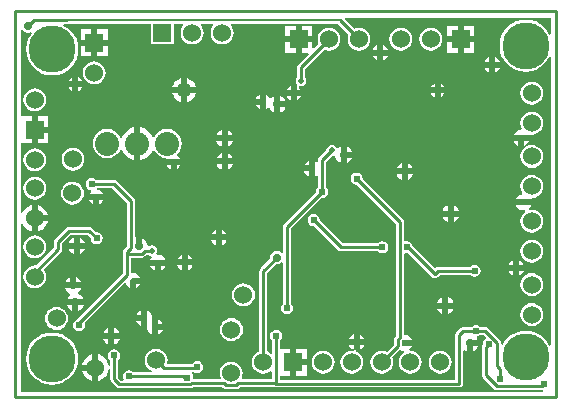
<source format=gbl>
G04 Layer_Physical_Order=2*
G04 Layer_Color=16711680*
%FSLAX23Y23*%
%MOIN*%
G70*
G01*
G75*
%ADD29C,0.010*%
%ADD30C,0.008*%
%ADD32R,0.060X0.060*%
%ADD33C,0.060*%
%ADD34R,0.060X0.060*%
%ADD35C,0.080*%
%ADD36C,0.024*%
%ADD37C,0.028*%
%ADD38C,0.020*%
%ADD39C,0.050*%
%ADD40C,0.157*%
G36*
X5484Y6974D02*
X5479Y6973D01*
X5472Y6984D01*
X5462Y6998D01*
X5448Y7008D01*
X5433Y7017D01*
X5417Y7021D01*
X5400Y7023D01*
X5383Y7021D01*
X5367Y7017D01*
X5352Y7008D01*
X5338Y6998D01*
X5328Y6984D01*
X5319Y6969D01*
X5315Y6953D01*
X5313Y6936D01*
X5315Y6919D01*
X5319Y6903D01*
X5328Y6888D01*
X5338Y6874D01*
X5352Y6864D01*
X5367Y6855D01*
X5383Y6851D01*
X5400Y6849D01*
X5417Y6851D01*
X5433Y6855D01*
X5448Y6864D01*
X5462Y6874D01*
X5472Y6888D01*
X5479Y6899D01*
X5484Y6898D01*
Y5937D01*
X5479Y5936D01*
X5472Y5947D01*
X5462Y5961D01*
X5448Y5971D01*
X5433Y5980D01*
X5417Y5984D01*
X5400Y5986D01*
X5383Y5984D01*
X5367Y5980D01*
X5352Y5971D01*
X5338Y5961D01*
X5328Y5947D01*
X5323Y5939D01*
X5318Y5941D01*
Y5946D01*
X5317Y5951D01*
X5314Y5955D01*
X5274Y5995D01*
X5270Y5998D01*
X5265Y5999D01*
X5249D01*
X5248Y6000D01*
X5242Y6005D01*
X5234Y6006D01*
X5226Y6005D01*
X5220Y6000D01*
X5219Y5999D01*
X5192D01*
X5187Y5998D01*
X5183Y5995D01*
X5169Y5981D01*
X5166Y5977D01*
X5165Y5972D01*
Y5823D01*
X4581D01*
Y5836D01*
X4615D01*
Y5881D01*
Y5926D01*
X4581D01*
Y5954D01*
X4582Y5955D01*
X4587Y5961D01*
X4588Y5969D01*
X4587Y5977D01*
X4582Y5983D01*
X4576Y5988D01*
X4568Y5989D01*
X4560Y5988D01*
X4554Y5983D01*
X4549Y5977D01*
X4548Y5969D01*
X4549Y5961D01*
X4554Y5955D01*
X4555Y5954D01*
Y5912D01*
X4550Y5910D01*
X4544Y5914D01*
X4538Y5917D01*
Y6180D01*
X4567Y6208D01*
X4570Y6208D01*
X4579Y6209D01*
X4586Y6214D01*
X4586Y6214D01*
X4591Y6212D01*
Y6076D01*
X4590Y6075D01*
X4585Y6069D01*
X4584Y6061D01*
X4585Y6053D01*
X4590Y6047D01*
X4596Y6042D01*
X4604Y6041D01*
X4612Y6042D01*
X4618Y6047D01*
X4623Y6053D01*
X4624Y6061D01*
X4623Y6069D01*
X4618Y6075D01*
X4617Y6076D01*
Y6327D01*
X4720Y6429D01*
X4721Y6429D01*
X4729Y6430D01*
X4735Y6435D01*
X4740Y6441D01*
X4741Y6449D01*
X4740Y6457D01*
X4735Y6463D01*
X4734Y6464D01*
Y6550D01*
X4753Y6569D01*
X4759Y6570D01*
X4763Y6569D01*
X4764Y6568D01*
X4765Y6565D01*
X4768Y6558D01*
X4772Y6552D01*
X4778Y6548D01*
X4783Y6546D01*
Y6573D01*
Y6600D01*
X4778Y6598D01*
X4775Y6595D01*
X4774Y6595D01*
X4769Y6596D01*
X4768Y6597D01*
X4766Y6600D01*
X4760Y6604D01*
X4753Y6605D01*
X4746Y6604D01*
X4740Y6600D01*
X4736Y6594D01*
X4735Y6587D01*
X4712Y6564D01*
X4709Y6560D01*
X4708Y6555D01*
Y6550D01*
X4703Y6548D01*
X4700Y6550D01*
X4696Y6552D01*
Y6527D01*
Y6502D01*
X4700Y6503D01*
X4703Y6506D01*
X4708Y6503D01*
Y6464D01*
X4707Y6463D01*
X4702Y6457D01*
X4701Y6449D01*
X4701Y6448D01*
X4595Y6341D01*
X4592Y6337D01*
X4591Y6332D01*
Y6248D01*
X4586Y6246D01*
X4586Y6246D01*
X4579Y6251D01*
X4570Y6252D01*
X4561Y6251D01*
X4554Y6246D01*
X4549Y6239D01*
X4548Y6230D01*
X4548Y6227D01*
X4516Y6194D01*
X4513Y6190D01*
X4512Y6185D01*
Y5917D01*
X4506Y5914D01*
X4498Y5908D01*
X4492Y5900D01*
X4488Y5891D01*
X4487Y5881D01*
X4488Y5871D01*
X4492Y5862D01*
X4498Y5854D01*
X4506Y5848D01*
X4515Y5844D01*
X4525Y5843D01*
X4535Y5844D01*
X4544Y5848D01*
X4550Y5852D01*
X4555Y5850D01*
Y5824D01*
X4456D01*
X4453Y5829D01*
X4455Y5835D01*
X4456Y5845D01*
X4455Y5855D01*
X4451Y5864D01*
X4445Y5872D01*
X4437Y5878D01*
X4428Y5882D01*
X4418Y5883D01*
X4408Y5882D01*
X4399Y5878D01*
X4391Y5872D01*
X4385Y5864D01*
X4381Y5855D01*
X4380Y5845D01*
X4381Y5835D01*
X4383Y5829D01*
X4380Y5824D01*
X4295D01*
X4292Y5828D01*
X4292Y5830D01*
X4291Y5838D01*
X4287Y5844D01*
X4288Y5849D01*
X4293D01*
X4297Y5846D01*
X4305Y5845D01*
X4313Y5846D01*
X4319Y5851D01*
X4324Y5857D01*
X4325Y5865D01*
X4324Y5873D01*
X4319Y5879D01*
X4313Y5884D01*
X4305Y5885D01*
X4297Y5884D01*
X4291Y5879D01*
X4288Y5875D01*
X4209D01*
X4205Y5880D01*
X4206Y5887D01*
X4205Y5897D01*
X4201Y5906D01*
X4195Y5914D01*
X4187Y5920D01*
X4178Y5924D01*
X4168Y5925D01*
X4158Y5924D01*
X4149Y5920D01*
X4141Y5914D01*
X4135Y5906D01*
X4131Y5897D01*
X4130Y5887D01*
X4131Y5877D01*
X4135Y5868D01*
X4141Y5860D01*
X4149Y5854D01*
X4153Y5852D01*
X4152Y5847D01*
X4093D01*
X4092Y5848D01*
X4086Y5853D01*
X4078Y5854D01*
X4070Y5853D01*
X4064Y5848D01*
X4059Y5842D01*
X4058Y5834D01*
X4059Y5826D01*
X4060Y5825D01*
X4058Y5820D01*
X4050D01*
X4041Y5829D01*
Y5889D01*
X4042Y5890D01*
X4047Y5896D01*
X4048Y5904D01*
X4047Y5912D01*
X4042Y5918D01*
X4036Y5923D01*
X4028Y5924D01*
X4020Y5923D01*
X4014Y5918D01*
X4009Y5912D01*
X4008Y5904D01*
X4009Y5896D01*
X4014Y5890D01*
X4015Y5889D01*
Y5868D01*
X4010Y5868D01*
X4009Y5875D01*
X4004Y5886D01*
X3997Y5895D01*
X3988Y5902D01*
X3977Y5907D01*
X3975Y5907D01*
Y5863D01*
Y5819D01*
X3977Y5819D01*
X3988Y5824D01*
X3997Y5831D01*
X4004Y5840D01*
X4009Y5851D01*
X4010Y5858D01*
X4015Y5858D01*
Y5824D01*
X4016Y5819D01*
X4019Y5815D01*
X4036Y5798D01*
X4040Y5795D01*
X4045Y5794D01*
X4282D01*
X4287Y5795D01*
X4291Y5798D01*
X4291Y5798D01*
X4389D01*
X4392Y5795D01*
X4396Y5792D01*
X4401Y5791D01*
X4435D01*
X4440Y5792D01*
X4444Y5795D01*
X4447Y5798D01*
X4558D01*
X4563Y5797D01*
X5178D01*
X5183Y5798D01*
X5187Y5801D01*
X5190Y5805D01*
X5191Y5810D01*
Y5919D01*
X5196Y5921D01*
X5198Y5920D01*
X5203Y5918D01*
Y5945D01*
X5213D01*
Y5955D01*
X5240D01*
X5238Y5960D01*
X5237Y5961D01*
X5239Y5967D01*
X5242Y5967D01*
X5248Y5972D01*
X5249Y5973D01*
X5259D01*
X5267Y5965D01*
X5266Y5959D01*
X5262Y5956D01*
X5257Y5950D01*
X5256Y5942D01*
X5256Y5940D01*
X5255Y5938D01*
X5254Y5933D01*
Y5839D01*
X5255Y5834D01*
X5258Y5830D01*
X5295Y5793D01*
X5299Y5790D01*
X5304Y5789D01*
X5451D01*
X5452Y5788D01*
X5456Y5787D01*
X5456Y5782D01*
X3716D01*
Y6343D01*
X3721Y6344D01*
X3724Y6338D01*
X3731Y6329D01*
X3740Y6322D01*
X3751Y6317D01*
X3753Y6317D01*
Y6361D01*
Y6405D01*
X3751Y6405D01*
X3740Y6400D01*
X3731Y6393D01*
X3724Y6384D01*
X3721Y6378D01*
X3716Y6379D01*
Y6563D01*
X3717Y6607D01*
X3718Y6611D01*
X3722Y6611D01*
X3753D01*
Y6656D01*
Y6701D01*
X3722D01*
X3717Y6706D01*
X3719Y6987D01*
X3724Y6988D01*
X3725Y6986D01*
X3732Y6981D01*
X3741Y6980D01*
X3750Y6981D01*
X3751Y6982D01*
X3755Y6979D01*
X3750Y6972D01*
X3741Y6957D01*
X3737Y6941D01*
X3735Y6924D01*
X3737Y6907D01*
X3741Y6891D01*
X3750Y6876D01*
X3760Y6862D01*
X3774Y6852D01*
X3789Y6843D01*
X3805Y6839D01*
X3822Y6837D01*
X3839Y6839D01*
X3855Y6843D01*
X3870Y6852D01*
X3884Y6862D01*
X3894Y6876D01*
X3903Y6891D01*
X3907Y6907D01*
X3909Y6924D01*
X3907Y6941D01*
X3903Y6957D01*
X3894Y6972D01*
X3884Y6986D01*
X3870Y6996D01*
X3859Y7003D01*
X3860Y7008D01*
X3871D01*
X3876Y7009D01*
X3876Y7009D01*
X4150D01*
Y6941D01*
X4226D01*
Y7009D01*
X4257D01*
X4259Y7004D01*
X4255Y6998D01*
X4251Y6989D01*
X4250Y6979D01*
X4251Y6969D01*
X4255Y6960D01*
X4261Y6952D01*
X4269Y6946D01*
X4278Y6942D01*
X4288Y6941D01*
X4298Y6942D01*
X4307Y6946D01*
X4315Y6952D01*
X4321Y6960D01*
X4325Y6969D01*
X4326Y6979D01*
X4325Y6989D01*
X4321Y6998D01*
X4317Y7004D01*
X4319Y7009D01*
X4357D01*
X4359Y7004D01*
X4355Y6998D01*
X4351Y6989D01*
X4350Y6979D01*
X4351Y6969D01*
X4355Y6960D01*
X4361Y6952D01*
X4369Y6946D01*
X4378Y6942D01*
X4388Y6941D01*
X4398Y6942D01*
X4407Y6946D01*
X4415Y6952D01*
X4421Y6960D01*
X4425Y6969D01*
X4426Y6979D01*
X4425Y6989D01*
X4421Y6998D01*
X4417Y7004D01*
X4419Y7009D01*
X4774D01*
X4809Y6974D01*
X4807Y6968D01*
X4806Y6958D01*
X4807Y6948D01*
X4811Y6939D01*
X4817Y6931D01*
X4825Y6925D01*
X4834Y6921D01*
X4844Y6920D01*
X4854Y6921D01*
X4863Y6925D01*
X4871Y6931D01*
X4877Y6939D01*
X4881Y6948D01*
X4882Y6958D01*
X4881Y6968D01*
X4877Y6977D01*
X4871Y6985D01*
X4863Y6991D01*
X4854Y6995D01*
X4844Y6996D01*
X4834Y6995D01*
X4828Y6993D01*
X4796Y7025D01*
X4798Y7030D01*
X5484D01*
Y6974D01*
D02*
G37*
%LPC*%
G36*
X5228Y7003D02*
X5193D01*
Y6968D01*
X5228D01*
Y7003D01*
D02*
G37*
G36*
X4689D02*
X4654D01*
Y6968D01*
X4689D01*
Y7003D01*
D02*
G37*
G36*
X4634D02*
X4599D01*
Y6968D01*
X4634D01*
Y7003D01*
D02*
G37*
G36*
X5173D02*
X5138D01*
Y6968D01*
X5173D01*
Y7003D01*
D02*
G37*
G36*
X4007Y6991D02*
X3972D01*
Y6956D01*
X4007D01*
Y6991D01*
D02*
G37*
G36*
X3952D02*
X3917D01*
Y6956D01*
X3952D01*
Y6991D01*
D02*
G37*
G36*
X4744Y6996D02*
X4734Y6995D01*
X4725Y6991D01*
X4717Y6985D01*
X4711Y6977D01*
X4707Y6968D01*
X4706Y6958D01*
X4707Y6948D01*
X4709Y6942D01*
X4694Y6926D01*
X4689Y6928D01*
Y6948D01*
X4654D01*
Y6913D01*
X4674D01*
X4676Y6908D01*
X4641Y6873D01*
X4638Y6869D01*
X4637Y6864D01*
X4638Y6859D01*
Y6832D01*
X4634Y6826D01*
X4633Y6819D01*
X4634Y6812D01*
X4638Y6806D01*
X4637Y6805D01*
X4637Y6804D01*
Y6788D01*
X4650D01*
X4645Y6796D01*
X4644Y6797D01*
X4645Y6802D01*
X4651Y6801D01*
X4658Y6802D01*
X4664Y6806D01*
X4668Y6812D01*
X4669Y6819D01*
X4668Y6826D01*
X4664Y6832D01*
Y6860D01*
X4728Y6923D01*
X4734Y6921D01*
X4744Y6920D01*
X4754Y6921D01*
X4763Y6925D01*
X4771Y6931D01*
X4777Y6939D01*
X4781Y6948D01*
X4782Y6958D01*
X4781Y6968D01*
X4777Y6977D01*
X4771Y6985D01*
X4763Y6991D01*
X4754Y6995D01*
X4744Y6996D01*
D02*
G37*
G36*
X4925Y6938D02*
Y6923D01*
X4940D01*
X4939Y6927D01*
X4934Y6932D01*
X4929Y6937D01*
X4925Y6938D01*
D02*
G37*
G36*
X4905D02*
X4901Y6937D01*
X4896Y6932D01*
X4891Y6927D01*
X4890Y6923D01*
X4905D01*
Y6938D01*
D02*
G37*
G36*
X5083Y6996D02*
X5073Y6995D01*
X5064Y6991D01*
X5056Y6985D01*
X5050Y6977D01*
X5046Y6968D01*
X5045Y6958D01*
X5046Y6948D01*
X5050Y6939D01*
X5056Y6931D01*
X5064Y6925D01*
X5073Y6921D01*
X5083Y6920D01*
X5093Y6921D01*
X5102Y6925D01*
X5110Y6931D01*
X5116Y6939D01*
X5120Y6948D01*
X5121Y6958D01*
X5120Y6968D01*
X5116Y6977D01*
X5110Y6985D01*
X5102Y6991D01*
X5093Y6995D01*
X5083Y6996D01*
D02*
G37*
G36*
X4983D02*
X4973Y6995D01*
X4964Y6991D01*
X4956Y6985D01*
X4950Y6977D01*
X4946Y6968D01*
X4945Y6958D01*
X4946Y6948D01*
X4950Y6939D01*
X4956Y6931D01*
X4964Y6925D01*
X4973Y6921D01*
X4983Y6920D01*
X4993Y6921D01*
X5002Y6925D01*
X5010Y6931D01*
X5016Y6939D01*
X5020Y6948D01*
X5021Y6958D01*
X5020Y6968D01*
X5016Y6977D01*
X5010Y6985D01*
X5002Y6991D01*
X4993Y6995D01*
X4983Y6996D01*
D02*
G37*
G36*
X5228Y6948D02*
X5193D01*
Y6913D01*
X5228D01*
Y6948D01*
D02*
G37*
G36*
X5173D02*
X5138D01*
Y6913D01*
X5173D01*
Y6948D01*
D02*
G37*
G36*
X4634D02*
X4599D01*
Y6913D01*
X4634D01*
Y6948D01*
D02*
G37*
G36*
X4007Y6936D02*
X3972D01*
Y6901D01*
X4007D01*
Y6936D01*
D02*
G37*
G36*
X3952D02*
X3917D01*
Y6901D01*
X3952D01*
Y6936D01*
D02*
G37*
G36*
X4940Y6903D02*
X4925D01*
Y6888D01*
X4929Y6889D01*
X4934Y6894D01*
X4939Y6899D01*
X4940Y6903D01*
D02*
G37*
G36*
X4905D02*
X4890D01*
X4891Y6899D01*
X4896Y6894D01*
X4901Y6889D01*
X4905Y6888D01*
Y6903D01*
D02*
G37*
G36*
X5298Y6898D02*
Y6883D01*
X5313D01*
X5312Y6887D01*
X5307Y6892D01*
X5302Y6897D01*
X5298Y6898D01*
D02*
G37*
G36*
X5278D02*
X5274Y6897D01*
X5269Y6892D01*
X5264Y6887D01*
X5263Y6883D01*
X5278D01*
Y6898D01*
D02*
G37*
G36*
X5313Y6863D02*
X5298D01*
Y6848D01*
X5302Y6849D01*
X5307Y6854D01*
X5312Y6859D01*
X5313Y6863D01*
D02*
G37*
G36*
X5278D02*
X5263D01*
X5264Y6859D01*
X5269Y6854D01*
X5274Y6849D01*
X5278Y6848D01*
Y6863D01*
D02*
G37*
G36*
X3909Y6831D02*
Y6818D01*
X3922D01*
X3917Y6826D01*
X3909Y6831D01*
D02*
G37*
G36*
X3889D02*
X3881Y6826D01*
X3876Y6818D01*
X3889D01*
Y6831D01*
D02*
G37*
G36*
X3962Y6884D02*
X3952Y6883D01*
X3943Y6879D01*
X3935Y6873D01*
X3929Y6865D01*
X3925Y6856D01*
X3924Y6846D01*
X3925Y6836D01*
X3929Y6827D01*
X3935Y6819D01*
X3943Y6813D01*
X3952Y6809D01*
X3962Y6808D01*
X3972Y6809D01*
X3981Y6813D01*
X3989Y6819D01*
X3995Y6827D01*
X3999Y6836D01*
X4000Y6846D01*
X3999Y6856D01*
X3995Y6865D01*
X3989Y6873D01*
X3981Y6879D01*
X3972Y6883D01*
X3962Y6884D01*
D02*
G37*
G36*
X4271Y6827D02*
Y6798D01*
X4300D01*
X4300Y6798D01*
X4296Y6808D01*
X4290Y6817D01*
X4281Y6823D01*
X4271Y6827D01*
X4271Y6827D01*
D02*
G37*
G36*
X4251D02*
X4251Y6827D01*
X4241Y6823D01*
X4232Y6817D01*
X4226Y6808D01*
X4222Y6798D01*
X4222Y6798D01*
X4251D01*
Y6827D01*
D02*
G37*
G36*
X5116Y6810D02*
Y6797D01*
X5129D01*
X5124Y6805D01*
X5116Y6810D01*
D02*
G37*
G36*
X5096D02*
X5088Y6805D01*
X5083Y6797D01*
X5096D01*
Y6810D01*
D02*
G37*
G36*
X4617Y6801D02*
X4609Y6796D01*
X4604Y6788D01*
X4617D01*
Y6801D01*
D02*
G37*
G36*
X3922Y6798D02*
X3909D01*
Y6785D01*
X3917Y6790D01*
X3922Y6798D01*
D02*
G37*
G36*
X3889D02*
X3876D01*
X3881Y6790D01*
X3889Y6785D01*
Y6798D01*
D02*
G37*
G36*
X5129Y6777D02*
X5116D01*
Y6764D01*
X5124Y6769D01*
X5129Y6777D01*
D02*
G37*
G36*
X5096D02*
X5083D01*
X5088Y6769D01*
X5096Y6764D01*
Y6777D01*
D02*
G37*
G36*
X4513Y6772D02*
X4505Y6767D01*
X4500Y6759D01*
X4513D01*
Y6772D01*
D02*
G37*
G36*
X4650Y6768D02*
X4637D01*
Y6755D01*
X4645Y6760D01*
X4650Y6768D01*
D02*
G37*
G36*
X4617D02*
X4604D01*
X4609Y6760D01*
X4617Y6755D01*
Y6768D01*
D02*
G37*
G36*
X4582Y6768D02*
Y6751D01*
X4599D01*
X4597Y6756D01*
X4593Y6762D01*
X4587Y6766D01*
X4582Y6768D01*
D02*
G37*
G36*
X4300Y6778D02*
X4271D01*
Y6749D01*
X4271Y6749D01*
X4281Y6753D01*
X4290Y6759D01*
X4296Y6768D01*
X4300Y6778D01*
X4300Y6778D01*
D02*
G37*
G36*
X4251D02*
X4222D01*
X4222Y6778D01*
X4226Y6768D01*
X4232Y6759D01*
X4241Y6753D01*
X4251Y6749D01*
X4251Y6749D01*
Y6778D01*
D02*
G37*
G36*
X5420Y6816D02*
X5410Y6815D01*
X5401Y6811D01*
X5393Y6805D01*
X5387Y6797D01*
X5383Y6788D01*
X5382Y6778D01*
X5383Y6768D01*
X5387Y6759D01*
X5393Y6751D01*
X5401Y6745D01*
X5410Y6741D01*
X5420Y6740D01*
X5430Y6741D01*
X5439Y6745D01*
X5447Y6751D01*
X5453Y6759D01*
X5457Y6768D01*
X5458Y6778D01*
X5457Y6788D01*
X5453Y6797D01*
X5447Y6805D01*
X5439Y6811D01*
X5430Y6815D01*
X5420Y6816D01*
D02*
G37*
G36*
X4513Y6739D02*
X4500D01*
X4505Y6731D01*
X4513Y6726D01*
Y6739D01*
D02*
G37*
G36*
X3763Y6794D02*
X3753Y6793D01*
X3744Y6789D01*
X3736Y6783D01*
X3730Y6775D01*
X3726Y6766D01*
X3725Y6756D01*
X3726Y6746D01*
X3730Y6737D01*
X3736Y6729D01*
X3744Y6723D01*
X3753Y6719D01*
X3763Y6718D01*
X3773Y6719D01*
X3782Y6723D01*
X3790Y6729D01*
X3796Y6737D01*
X3800Y6746D01*
X3801Y6756D01*
X3800Y6766D01*
X3796Y6775D01*
X3790Y6783D01*
X3782Y6789D01*
X3773Y6793D01*
X3763Y6794D01*
D02*
G37*
G36*
X4599Y6731D02*
X4582D01*
Y6714D01*
X4587Y6716D01*
X4593Y6720D01*
X4597Y6726D01*
X4599Y6731D01*
D02*
G37*
G36*
X4533Y6772D02*
Y6749D01*
Y6726D01*
X4540Y6730D01*
X4544Y6729D01*
X4546Y6729D01*
X4547Y6726D01*
X4551Y6720D01*
X4557Y6716D01*
X4562Y6714D01*
Y6741D01*
Y6768D01*
X4557Y6766D01*
X4551Y6762D01*
X4551Y6761D01*
X4545Y6761D01*
X4541Y6767D01*
X4533Y6772D01*
D02*
G37*
G36*
X3808Y6701D02*
X3773D01*
Y6666D01*
X3808D01*
Y6701D01*
D02*
G37*
G36*
X5420Y6716D02*
X5410Y6715D01*
X5401Y6711D01*
X5393Y6705D01*
X5387Y6697D01*
X5383Y6688D01*
X5382Y6678D01*
X5383Y6668D01*
X5386Y6660D01*
X5386Y6658D01*
X5385Y6657D01*
X5383Y6655D01*
X5378Y6654D01*
X5371Y6652D01*
X5366Y6647D01*
X5361Y6642D01*
X5360Y6638D01*
X5413D01*
X5415Y6640D01*
X5420Y6640D01*
X5430Y6641D01*
X5439Y6645D01*
X5447Y6651D01*
X5453Y6659D01*
X5457Y6668D01*
X5458Y6678D01*
X5457Y6688D01*
X5453Y6697D01*
X5447Y6705D01*
X5439Y6711D01*
X5430Y6715D01*
X5420Y6716D01*
D02*
G37*
G36*
X4406Y6655D02*
Y6638D01*
X4423D01*
X4421Y6643D01*
X4417Y6649D01*
X4411Y6653D01*
X4406Y6655D01*
D02*
G37*
G36*
X4386D02*
X4381Y6653D01*
X4375Y6649D01*
X4371Y6643D01*
X4369Y6638D01*
X4386D01*
Y6655D01*
D02*
G37*
G36*
X4095Y6664D02*
X4091Y6664D01*
X4077Y6658D01*
X4066Y6649D01*
X4057Y6638D01*
X4054Y6630D01*
X4049D01*
X4047Y6634D01*
X4039Y6644D01*
X4029Y6652D01*
X4018Y6657D01*
X4005Y6658D01*
X3992Y6657D01*
X3981Y6652D01*
X3971Y6644D01*
X3963Y6634D01*
X3958Y6623D01*
X3957Y6610D01*
X3958Y6597D01*
X3963Y6586D01*
X3971Y6576D01*
X3981Y6568D01*
X3992Y6563D01*
X4005Y6562D01*
X4018Y6563D01*
X4029Y6568D01*
X4039Y6576D01*
X4047Y6586D01*
X4049Y6590D01*
X4054D01*
X4057Y6582D01*
X4066Y6571D01*
X4077Y6562D01*
X4091Y6556D01*
X4095Y6556D01*
Y6610D01*
Y6664D01*
D02*
G37*
G36*
X3808Y6646D02*
X3773D01*
Y6611D01*
X3808D01*
Y6646D01*
D02*
G37*
G36*
X5375Y6618D02*
X5360D01*
X5361Y6614D01*
X5366Y6609D01*
X5371Y6604D01*
X5375Y6603D01*
Y6618D01*
D02*
G37*
G36*
X4423D02*
X4406D01*
Y6601D01*
X4411Y6603D01*
X4417Y6607D01*
X4421Y6613D01*
X4423Y6618D01*
D02*
G37*
G36*
X4386D02*
X4369D01*
X4371Y6613D01*
X4375Y6607D01*
X4381Y6603D01*
X4386Y6601D01*
Y6618D01*
D02*
G37*
G36*
X4803Y6600D02*
Y6583D01*
X4820D01*
X4818Y6588D01*
X4814Y6594D01*
X4808Y6598D01*
X4803Y6600D01*
D02*
G37*
G36*
X4407Y6578D02*
Y6561D01*
X4424D01*
X4422Y6566D01*
X4418Y6572D01*
X4412Y6576D01*
X4407Y6578D01*
D02*
G37*
G36*
X4387D02*
X4382Y6576D01*
X4376Y6572D01*
X4372Y6566D01*
X4370Y6561D01*
X4387D01*
Y6578D01*
D02*
G37*
G36*
X4115Y6664D02*
Y6610D01*
Y6556D01*
X4119Y6556D01*
X4133Y6562D01*
X4144Y6571D01*
X4153Y6582D01*
X4156Y6590D01*
X4161D01*
X4163Y6586D01*
X4171Y6576D01*
X4181Y6568D01*
X4192Y6563D01*
X4200Y6562D01*
X4202Y6557D01*
X4249D01*
X4244Y6565D01*
X4238Y6569D01*
X4238Y6575D01*
X4239Y6576D01*
X4247Y6586D01*
X4252Y6597D01*
X4253Y6610D01*
X4252Y6623D01*
X4247Y6634D01*
X4239Y6644D01*
X4229Y6652D01*
X4218Y6657D01*
X4205Y6658D01*
X4192Y6657D01*
X4181Y6652D01*
X4171Y6644D01*
X4163Y6634D01*
X4161Y6630D01*
X4156D01*
X4153Y6638D01*
X4144Y6649D01*
X4133Y6658D01*
X4119Y6664D01*
X4115Y6664D01*
D02*
G37*
G36*
X4820Y6563D02*
X4803D01*
Y6546D01*
X4808Y6548D01*
X4814Y6552D01*
X4818Y6558D01*
X4820Y6563D01*
D02*
G37*
G36*
X4676Y6552D02*
X4672Y6550D01*
X4667Y6546D01*
X4662Y6540D01*
X4661Y6537D01*
X4676D01*
Y6552D01*
D02*
G37*
G36*
X5410Y6618D02*
X5395D01*
Y6603D01*
X5398Y6604D01*
X5400Y6600D01*
X5398Y6598D01*
X5393Y6594D01*
X5387Y6586D01*
X5383Y6577D01*
X5382Y6567D01*
X5383Y6557D01*
X5387Y6548D01*
X5393Y6540D01*
X5401Y6534D01*
X5410Y6530D01*
X5420Y6529D01*
X5430Y6530D01*
X5439Y6534D01*
X5447Y6540D01*
X5453Y6548D01*
X5457Y6557D01*
X5458Y6567D01*
X5457Y6577D01*
X5453Y6586D01*
X5447Y6594D01*
X5439Y6600D01*
X5430Y6604D01*
X5420Y6605D01*
X5410Y6604D01*
X5404Y6602D01*
X5402Y6601D01*
X5399Y6605D01*
X5404Y6609D01*
X5409Y6614D01*
X5410Y6618D01*
D02*
G37*
G36*
X5007Y6544D02*
Y6527D01*
X5024D01*
X5022Y6532D01*
X5018Y6538D01*
X5012Y6542D01*
X5007Y6544D01*
D02*
G37*
G36*
X4987D02*
X4982Y6542D01*
X4976Y6538D01*
X4972Y6532D01*
X4970Y6527D01*
X4987D01*
Y6544D01*
D02*
G37*
G36*
X4424Y6541D02*
X4407D01*
Y6524D01*
X4412Y6526D01*
X4418Y6530D01*
X4422Y6536D01*
X4424Y6541D01*
D02*
G37*
G36*
X4387D02*
X4370D01*
X4372Y6536D01*
X4376Y6530D01*
X4382Y6526D01*
X4387Y6524D01*
Y6541D01*
D02*
G37*
G36*
X4249Y6537D02*
X4236D01*
Y6524D01*
X4244Y6529D01*
X4249Y6537D01*
D02*
G37*
G36*
X4216D02*
X4203D01*
X4208Y6529D01*
X4216Y6524D01*
Y6537D01*
D02*
G37*
G36*
X3891Y6596D02*
X3881Y6595D01*
X3872Y6591D01*
X3864Y6585D01*
X3858Y6577D01*
X3854Y6568D01*
X3853Y6558D01*
X3854Y6548D01*
X3858Y6539D01*
X3864Y6531D01*
X3872Y6525D01*
X3881Y6521D01*
X3891Y6520D01*
X3901Y6521D01*
X3910Y6525D01*
X3918Y6531D01*
X3924Y6539D01*
X3928Y6548D01*
X3929Y6558D01*
X3928Y6568D01*
X3924Y6577D01*
X3918Y6585D01*
X3910Y6591D01*
X3901Y6595D01*
X3891Y6596D01*
D02*
G37*
G36*
X3763Y6594D02*
X3753Y6593D01*
X3744Y6589D01*
X3736Y6583D01*
X3730Y6575D01*
X3726Y6566D01*
X3725Y6556D01*
X3726Y6546D01*
X3730Y6537D01*
X3736Y6529D01*
X3744Y6523D01*
X3753Y6519D01*
X3763Y6518D01*
X3773Y6519D01*
X3782Y6523D01*
X3790Y6529D01*
X3796Y6537D01*
X3800Y6546D01*
X3801Y6556D01*
X3800Y6566D01*
X3796Y6575D01*
X3790Y6583D01*
X3782Y6589D01*
X3773Y6593D01*
X3763Y6594D01*
D02*
G37*
G36*
X4676Y6517D02*
X4661D01*
X4662Y6513D01*
X4667Y6508D01*
X4672Y6503D01*
X4676Y6502D01*
Y6517D01*
D02*
G37*
G36*
X5024Y6507D02*
X5007D01*
Y6490D01*
X5012Y6492D01*
X5018Y6496D01*
X5022Y6502D01*
X5024Y6507D01*
D02*
G37*
G36*
X4987D02*
X4970D01*
X4972Y6502D01*
X4976Y6496D01*
X4982Y6492D01*
X4987Y6490D01*
Y6507D01*
D02*
G37*
G36*
X5420Y6505D02*
X5410Y6504D01*
X5401Y6500D01*
X5393Y6494D01*
X5387Y6486D01*
X5383Y6477D01*
X5382Y6467D01*
X5383Y6457D01*
X5387Y6448D01*
X5389Y6445D01*
X5387Y6440D01*
X5386Y6440D01*
X5379Y6438D01*
X5374Y6433D01*
X5369Y6428D01*
X5368Y6424D01*
X5418D01*
X5419Y6426D01*
X5421Y6429D01*
X5430Y6430D01*
X5439Y6434D01*
X5447Y6440D01*
X5453Y6448D01*
X5457Y6457D01*
X5458Y6467D01*
X5457Y6477D01*
X5453Y6486D01*
X5447Y6494D01*
X5439Y6500D01*
X5430Y6504D01*
X5420Y6505D01*
D02*
G37*
G36*
X3763Y6499D02*
X3753Y6498D01*
X3744Y6494D01*
X3736Y6488D01*
X3730Y6480D01*
X3726Y6471D01*
X3725Y6461D01*
X3726Y6451D01*
X3730Y6442D01*
X3736Y6434D01*
X3744Y6428D01*
X3753Y6424D01*
X3763Y6423D01*
X3773Y6424D01*
X3782Y6428D01*
X3790Y6434D01*
X3796Y6442D01*
X3800Y6451D01*
X3801Y6461D01*
X3800Y6471D01*
X3796Y6480D01*
X3790Y6488D01*
X3782Y6494D01*
X3773Y6498D01*
X3763Y6499D01*
D02*
G37*
G36*
X3991Y6421D02*
X3978D01*
Y6408D01*
X3986Y6413D01*
X3991Y6421D01*
D02*
G37*
G36*
X3958D02*
X3945D01*
X3950Y6413D01*
X3958Y6408D01*
Y6421D01*
D02*
G37*
G36*
X3889Y6482D02*
X3879Y6481D01*
X3870Y6477D01*
X3862Y6471D01*
X3856Y6463D01*
X3852Y6454D01*
X3851Y6444D01*
X3852Y6434D01*
X3856Y6425D01*
X3862Y6417D01*
X3870Y6411D01*
X3879Y6407D01*
X3889Y6406D01*
X3899Y6407D01*
X3908Y6411D01*
X3916Y6417D01*
X3922Y6425D01*
X3926Y6434D01*
X3927Y6444D01*
X3926Y6454D01*
X3922Y6463D01*
X3916Y6471D01*
X3908Y6477D01*
X3899Y6481D01*
X3889Y6482D01*
D02*
G37*
G36*
X5160Y6403D02*
Y6386D01*
X5177D01*
X5175Y6391D01*
X5171Y6397D01*
X5165Y6401D01*
X5160Y6403D01*
D02*
G37*
G36*
X5140D02*
X5135Y6401D01*
X5129Y6397D01*
X5125Y6391D01*
X5123Y6386D01*
X5140D01*
Y6403D01*
D02*
G37*
G36*
X3773Y6405D02*
Y6371D01*
X3807D01*
X3807Y6373D01*
X3802Y6384D01*
X3795Y6393D01*
X3786Y6400D01*
X3775Y6405D01*
X3773Y6405D01*
D02*
G37*
G36*
X5177Y6366D02*
X5160D01*
Y6349D01*
X5165Y6351D01*
X5171Y6355D01*
X5175Y6361D01*
X5177Y6366D01*
D02*
G37*
G36*
X5140D02*
X5123D01*
X5125Y6361D01*
X5129Y6355D01*
X5135Y6351D01*
X5140Y6349D01*
Y6366D01*
D02*
G37*
G36*
X3807Y6351D02*
X3773D01*
Y6317D01*
X3775Y6317D01*
X3786Y6322D01*
X3795Y6329D01*
X3802Y6338D01*
X3807Y6349D01*
X3807Y6351D01*
D02*
G37*
G36*
X5418Y6404D02*
X5368D01*
X5369Y6400D01*
X5374Y6395D01*
X5379Y6390D01*
X5386Y6388D01*
X5393Y6387D01*
X5397Y6387D01*
X5399Y6382D01*
X5393Y6378D01*
X5387Y6370D01*
X5383Y6361D01*
X5382Y6351D01*
X5383Y6341D01*
X5387Y6332D01*
X5393Y6324D01*
X5401Y6318D01*
X5410Y6314D01*
X5420Y6313D01*
X5430Y6314D01*
X5439Y6318D01*
X5447Y6324D01*
X5453Y6332D01*
X5457Y6341D01*
X5458Y6351D01*
X5457Y6361D01*
X5453Y6370D01*
X5447Y6378D01*
X5439Y6384D01*
X5430Y6388D01*
X5420Y6389D01*
X5412Y6388D01*
X5410Y6393D01*
X5412Y6395D01*
X5417Y6400D01*
X5418Y6404D01*
D02*
G37*
G36*
X4387Y6322D02*
Y6307D01*
X4402D01*
X4401Y6311D01*
X4396Y6316D01*
X4391Y6321D01*
X4387Y6322D01*
D02*
G37*
G36*
X4367D02*
X4363Y6321D01*
X4358Y6316D01*
X4353Y6311D01*
X4352Y6307D01*
X4367D01*
Y6322D01*
D02*
G37*
G36*
X3913Y6296D02*
Y6279D01*
X3930D01*
X3928Y6284D01*
X3924Y6290D01*
X3918Y6294D01*
X3913Y6296D01*
D02*
G37*
G36*
X3893D02*
X3888Y6294D01*
X3882Y6290D01*
X3878Y6284D01*
X3876Y6279D01*
X3893D01*
Y6296D01*
D02*
G37*
G36*
X3946Y6332D02*
X3878D01*
X3873Y6331D01*
X3869Y6328D01*
X3832Y6291D01*
X3829Y6287D01*
X3828Y6282D01*
Y6263D01*
X3768Y6204D01*
X3763Y6204D01*
X3753Y6203D01*
X3744Y6199D01*
X3736Y6193D01*
X3730Y6185D01*
X3726Y6176D01*
X3725Y6166D01*
X3726Y6156D01*
X3730Y6147D01*
X3736Y6139D01*
X3744Y6133D01*
X3753Y6129D01*
X3763Y6128D01*
X3773Y6129D01*
X3782Y6133D01*
X3790Y6139D01*
X3796Y6147D01*
X3800Y6156D01*
X3801Y6166D01*
X3800Y6176D01*
X3796Y6185D01*
X3792Y6190D01*
X3850Y6249D01*
X3853Y6253D01*
X3854Y6258D01*
Y6277D01*
X3883Y6306D01*
X3940D01*
X3950Y6295D01*
X3950Y6294D01*
X3951Y6286D01*
X3956Y6280D01*
X3962Y6275D01*
X3970Y6274D01*
X3978Y6275D01*
X3984Y6280D01*
X3989Y6286D01*
X3990Y6294D01*
X3989Y6302D01*
X3984Y6308D01*
X3978Y6313D01*
X3970Y6314D01*
X3969Y6314D01*
X3957Y6325D01*
X3955Y6328D01*
X3951Y6331D01*
X3946Y6332D01*
D02*
G37*
G36*
X4402Y6287D02*
X4387D01*
Y6272D01*
X4391Y6273D01*
X4396Y6278D01*
X4401Y6283D01*
X4402Y6287D01*
D02*
G37*
G36*
X4367D02*
X4352D01*
X4353Y6283D01*
X4358Y6278D01*
X4363Y6273D01*
X4367Y6272D01*
Y6287D01*
D02*
G37*
G36*
X4693Y6375D02*
X4685Y6374D01*
X4679Y6369D01*
X4674Y6363D01*
X4673Y6355D01*
X4674Y6347D01*
X4679Y6341D01*
X4685Y6336D01*
X4693Y6335D01*
X4694Y6335D01*
X4775Y6255D01*
X4779Y6252D01*
X4784Y6251D01*
X4907D01*
X4908Y6250D01*
X4914Y6245D01*
X4922Y6244D01*
X4930Y6245D01*
X4936Y6250D01*
X4941Y6256D01*
X4942Y6264D01*
X4941Y6272D01*
X4936Y6278D01*
X4930Y6283D01*
X4922Y6284D01*
X4914Y6283D01*
X4908Y6278D01*
X4907Y6277D01*
X4789D01*
X4713Y6354D01*
X4713Y6355D01*
X4712Y6363D01*
X4707Y6369D01*
X4701Y6374D01*
X4693Y6375D01*
D02*
G37*
G36*
X3930Y6259D02*
X3913D01*
Y6242D01*
X3918Y6244D01*
X3924Y6248D01*
X3928Y6254D01*
X3930Y6259D01*
D02*
G37*
G36*
X3893D02*
X3876D01*
X3878Y6254D01*
X3882Y6248D01*
X3888Y6244D01*
X3893Y6242D01*
Y6259D01*
D02*
G37*
G36*
X3763Y6304D02*
X3753Y6303D01*
X3744Y6299D01*
X3736Y6293D01*
X3730Y6285D01*
X3726Y6276D01*
X3725Y6266D01*
X3726Y6256D01*
X3730Y6247D01*
X3736Y6239D01*
X3744Y6233D01*
X3753Y6229D01*
X3763Y6228D01*
X3773Y6229D01*
X3782Y6233D01*
X3790Y6239D01*
X3796Y6247D01*
X3800Y6256D01*
X3801Y6266D01*
X3800Y6276D01*
X3796Y6285D01*
X3790Y6293D01*
X3782Y6299D01*
X3773Y6303D01*
X3763Y6304D01*
D02*
G37*
G36*
X4274Y6239D02*
Y6224D01*
X4289D01*
X4288Y6228D01*
X4283Y6233D01*
X4278Y6238D01*
X4274Y6239D01*
D02*
G37*
G36*
X4254D02*
X4250Y6238D01*
X4245Y6233D01*
X4240Y6228D01*
X4239Y6224D01*
X4254D01*
Y6239D01*
D02*
G37*
G36*
X3953Y6495D02*
X3945Y6494D01*
X3939Y6489D01*
X3934Y6483D01*
X3933Y6475D01*
X3934Y6467D01*
X3939Y6461D01*
X3945Y6456D01*
X3950Y6455D01*
X3951Y6450D01*
X3950Y6449D01*
X3945Y6441D01*
X3991D01*
X3986Y6449D01*
X3978Y6455D01*
X3974Y6455D01*
X3972Y6459D01*
X3972Y6461D01*
X3973Y6462D01*
X4022D01*
X4071Y6413D01*
Y6268D01*
X4062Y6259D01*
X4059Y6255D01*
X4058Y6250D01*
Y6179D01*
X3903Y6024D01*
X3896Y6020D01*
X3892Y6013D01*
X3890Y6005D01*
X3892Y5997D01*
X3896Y5991D01*
X3903Y5986D01*
X3911Y5985D01*
X3919Y5986D01*
X3925Y5991D01*
X3930Y5997D01*
X3931Y6005D01*
X3930Y6013D01*
X3930Y6013D01*
X4062Y6146D01*
X4067Y6145D01*
X4067Y6143D01*
X4073Y6135D01*
X4081Y6130D01*
Y6153D01*
X4091D01*
Y6163D01*
X4114D01*
X4109Y6171D01*
X4101Y6177D01*
X4091Y6178D01*
X4088Y6178D01*
X4084Y6181D01*
Y6230D01*
X4120D01*
X4125Y6231D01*
X4130Y6234D01*
X4136Y6240D01*
X4140D01*
X4146Y6236D01*
X4151Y6235D01*
X4153Y6230D01*
X4150Y6227D01*
X4149Y6223D01*
X4199D01*
X4198Y6227D01*
X4193Y6232D01*
X4188Y6237D01*
X4181Y6239D01*
X4174Y6240D01*
X4172Y6240D01*
X4169Y6245D01*
X4170Y6246D01*
X4171Y6253D01*
X4170Y6260D01*
X4166Y6266D01*
X4160Y6270D01*
X4153Y6271D01*
X4146Y6270D01*
X4144Y6269D01*
X4139Y6271D01*
X4138Y6276D01*
X4135Y6283D01*
X4131Y6289D01*
X4125Y6293D01*
X4120Y6295D01*
Y6268D01*
X4100D01*
Y6297D01*
X4097Y6299D01*
Y6418D01*
X4096Y6423D01*
X4093Y6427D01*
X4036Y6484D01*
X4032Y6487D01*
X4027Y6488D01*
X3968D01*
X3967Y6489D01*
X3961Y6494D01*
X3953Y6495D01*
D02*
G37*
G36*
X5420Y6289D02*
X5410Y6288D01*
X5401Y6284D01*
X5393Y6278D01*
X5387Y6270D01*
X5383Y6261D01*
X5382Y6251D01*
X5383Y6241D01*
X5387Y6232D01*
X5393Y6224D01*
X5401Y6218D01*
X5410Y6214D01*
X5420Y6213D01*
X5430Y6214D01*
X5439Y6218D01*
X5447Y6224D01*
X5453Y6232D01*
X5457Y6241D01*
X5458Y6251D01*
X5457Y6261D01*
X5453Y6270D01*
X5447Y6278D01*
X5439Y6284D01*
X5430Y6288D01*
X5420Y6289D01*
D02*
G37*
G36*
X5379Y6221D02*
Y6206D01*
X5394D01*
X5392Y6210D01*
X5388Y6215D01*
X5382Y6220D01*
X5379Y6221D01*
D02*
G37*
G36*
X5359D02*
X5355Y6220D01*
X5349Y6215D01*
X5345Y6210D01*
X5344Y6206D01*
X5359D01*
Y6221D01*
D02*
G37*
G36*
X4289Y6204D02*
X4274D01*
Y6189D01*
X4278Y6190D01*
X4283Y6195D01*
X4288Y6200D01*
X4289Y6204D01*
D02*
G37*
G36*
X4254D02*
X4239D01*
X4240Y6200D01*
X4245Y6195D01*
X4250Y6190D01*
X4254Y6189D01*
Y6204D01*
D02*
G37*
G36*
X4199Y6203D02*
X4184D01*
Y6188D01*
X4188Y6189D01*
X4193Y6194D01*
X4198Y6199D01*
X4199Y6203D01*
D02*
G37*
G36*
X4164D02*
X4149D01*
X4150Y6199D01*
X4155Y6194D01*
X4160Y6189D01*
X4164Y6188D01*
Y6203D01*
D02*
G37*
G36*
X5394Y6186D02*
X5379D01*
Y6171D01*
X5382Y6172D01*
X5388Y6177D01*
X5392Y6182D01*
X5394Y6186D01*
D02*
G37*
G36*
X5359D02*
X5344D01*
X5345Y6182D01*
X5349Y6177D01*
X5355Y6172D01*
X5359Y6171D01*
Y6186D01*
D02*
G37*
G36*
X4836Y6513D02*
X4828Y6512D01*
X4822Y6507D01*
X4817Y6501D01*
X4816Y6493D01*
X4817Y6485D01*
X4822Y6479D01*
X4828Y6474D01*
X4836Y6473D01*
X4837Y6473D01*
X4968Y6343D01*
Y6279D01*
X4967Y6274D01*
Y6254D01*
X4968Y6249D01*
Y5969D01*
X4964Y5965D01*
X4961Y5961D01*
X4960Y5956D01*
Y5939D01*
X4936Y5916D01*
X4930Y5918D01*
X4920Y5919D01*
X4910Y5918D01*
X4901Y5914D01*
X4893Y5908D01*
X4887Y5900D01*
X4883Y5891D01*
X4882Y5881D01*
X4883Y5871D01*
X4887Y5862D01*
X4893Y5854D01*
X4901Y5848D01*
X4910Y5844D01*
X4920Y5843D01*
X4930Y5844D01*
X4939Y5848D01*
X4947Y5854D01*
X4953Y5862D01*
X4957Y5871D01*
X4958Y5881D01*
X4957Y5891D01*
X4955Y5897D01*
X4981Y5923D01*
X4982Y5922D01*
X4989Y5920D01*
X4994Y5919D01*
X4995Y5916D01*
X4995Y5914D01*
X4988Y5908D01*
X4982Y5900D01*
X4978Y5891D01*
X4977Y5881D01*
X4978Y5871D01*
X4982Y5862D01*
X4988Y5854D01*
X4996Y5848D01*
X5005Y5844D01*
X5015Y5843D01*
X5025Y5844D01*
X5034Y5848D01*
X5042Y5854D01*
X5048Y5862D01*
X5052Y5871D01*
X5053Y5881D01*
X5052Y5891D01*
X5048Y5900D01*
X5042Y5908D01*
X5034Y5914D01*
X5025Y5918D01*
X5015Y5919D01*
X5014Y5919D01*
X5012Y5924D01*
X5015Y5927D01*
X5020Y5932D01*
X5021Y5936D01*
X4996D01*
Y5956D01*
X5021D01*
X5020Y5960D01*
X5015Y5965D01*
X5010Y5970D01*
X5003Y5972D01*
X4996Y5973D01*
X4994Y5975D01*
Y6240D01*
X4999Y6244D01*
X5003Y6244D01*
X5008Y6245D01*
X5087Y6165D01*
X5091Y6162D01*
X5097Y6161D01*
X5102Y6162D01*
X5106Y6165D01*
X5114Y6173D01*
X5215D01*
X5216Y6172D01*
X5222Y6167D01*
X5230Y6166D01*
X5238Y6167D01*
X5244Y6172D01*
X5249Y6178D01*
X5250Y6186D01*
X5249Y6194D01*
X5244Y6200D01*
X5238Y6205D01*
X5230Y6206D01*
X5222Y6205D01*
X5216Y6200D01*
X5215Y6199D01*
X5108D01*
X5103Y6198D01*
X5099Y6195D01*
X5097Y6193D01*
X5023Y6267D01*
X5022Y6272D01*
X5017Y6278D01*
X5011Y6283D01*
X5003Y6284D01*
X4999Y6284D01*
X4994Y6288D01*
Y6348D01*
X4993Y6353D01*
X4990Y6357D01*
X4856Y6492D01*
X4856Y6493D01*
X4855Y6501D01*
X4850Y6507D01*
X4844Y6512D01*
X4836Y6513D01*
D02*
G37*
G36*
X3901Y6165D02*
Y6148D01*
X3918D01*
X3916Y6153D01*
X3912Y6159D01*
X3906Y6163D01*
X3901Y6165D01*
D02*
G37*
G36*
X3881D02*
X3876Y6163D01*
X3870Y6159D01*
X3866Y6153D01*
X3864Y6148D01*
X3881D01*
Y6165D01*
D02*
G37*
G36*
X4114Y6143D02*
X4101D01*
Y6130D01*
X4109Y6135D01*
X4114Y6143D01*
D02*
G37*
G36*
X5420Y6178D02*
X5410Y6177D01*
X5401Y6173D01*
X5393Y6167D01*
X5387Y6159D01*
X5383Y6150D01*
X5382Y6140D01*
X5383Y6130D01*
X5387Y6121D01*
X5393Y6113D01*
X5401Y6107D01*
X5410Y6103D01*
X5420Y6102D01*
X5430Y6103D01*
X5439Y6107D01*
X5447Y6113D01*
X5453Y6121D01*
X5457Y6130D01*
X5458Y6140D01*
X5457Y6150D01*
X5453Y6159D01*
X5447Y6167D01*
X5439Y6173D01*
X5430Y6177D01*
X5420Y6178D01*
D02*
G37*
G36*
X3918Y6128D02*
X3864D01*
X3866Y6123D01*
X3870Y6117D01*
X3876Y6113D01*
X3882Y6110D01*
X3882Y6110D01*
X3883Y6106D01*
X3883Y6105D01*
X3878Y6101D01*
X3874Y6095D01*
X3872Y6091D01*
X3926D01*
X3924Y6095D01*
X3920Y6101D01*
X3914Y6106D01*
X3908Y6108D01*
X3908Y6109D01*
X3907Y6112D01*
X3907Y6114D01*
X3912Y6117D01*
X3916Y6123D01*
X3918Y6128D01*
D02*
G37*
G36*
X5142Y6097D02*
Y6080D01*
X5159D01*
X5157Y6085D01*
X5153Y6091D01*
X5147Y6095D01*
X5142Y6097D01*
D02*
G37*
G36*
X5122D02*
X5117Y6095D01*
X5111Y6091D01*
X5107Y6085D01*
X5105Y6080D01*
X5122D01*
Y6097D01*
D02*
G37*
G36*
X4459Y6144D02*
X4449Y6143D01*
X4440Y6139D01*
X4432Y6133D01*
X4426Y6125D01*
X4422Y6116D01*
X4421Y6106D01*
X4422Y6096D01*
X4426Y6087D01*
X4432Y6079D01*
X4440Y6073D01*
X4449Y6069D01*
X4459Y6068D01*
X4469Y6069D01*
X4478Y6073D01*
X4486Y6079D01*
X4492Y6087D01*
X4496Y6096D01*
X4497Y6106D01*
X4496Y6116D01*
X4492Y6125D01*
X4486Y6133D01*
X4478Y6139D01*
X4469Y6143D01*
X4459Y6144D01*
D02*
G37*
G36*
X3926Y6071D02*
X3909D01*
Y6053D01*
X3914Y6055D01*
X3920Y6060D01*
X3924Y6066D01*
X3926Y6071D01*
D02*
G37*
G36*
X3889D02*
X3872D01*
X3874Y6066D01*
X3878Y6060D01*
X3884Y6055D01*
X3889Y6053D01*
Y6071D01*
D02*
G37*
G36*
X5159Y6060D02*
X5142D01*
Y6043D01*
X5147Y6045D01*
X5153Y6049D01*
X5157Y6055D01*
X5159Y6060D01*
D02*
G37*
G36*
X5122D02*
X5105D01*
X5107Y6055D01*
X5111Y6049D01*
X5117Y6045D01*
X5122Y6043D01*
Y6060D01*
D02*
G37*
G36*
X4117Y6053D02*
X4113Y6052D01*
X4108Y6047D01*
X4103Y6042D01*
X4102Y6038D01*
X4117D01*
Y6053D01*
D02*
G37*
G36*
X4175Y6024D02*
Y6009D01*
X4190D01*
X4189Y6013D01*
X4184Y6018D01*
X4179Y6023D01*
X4175Y6024D01*
D02*
G37*
G36*
X4117Y6018D02*
X4102D01*
X4103Y6014D01*
X4108Y6009D01*
X4113Y6004D01*
X4117Y6003D01*
Y6018D01*
D02*
G37*
G36*
X5420Y6078D02*
X5410Y6077D01*
X5401Y6073D01*
X5393Y6067D01*
X5387Y6059D01*
X5383Y6050D01*
X5382Y6040D01*
X5383Y6030D01*
X5387Y6021D01*
X5393Y6013D01*
X5401Y6007D01*
X5410Y6003D01*
X5420Y6002D01*
X5430Y6003D01*
X5439Y6007D01*
X5447Y6013D01*
X5453Y6021D01*
X5457Y6030D01*
X5458Y6040D01*
X5457Y6050D01*
X5453Y6059D01*
X5447Y6067D01*
X5439Y6073D01*
X5430Y6077D01*
X5420Y6078D01*
D02*
G37*
G36*
X3836Y6065D02*
X3826Y6064D01*
X3817Y6060D01*
X3809Y6054D01*
X3803Y6046D01*
X3799Y6037D01*
X3798Y6027D01*
X3799Y6017D01*
X3803Y6008D01*
X3809Y6000D01*
X3817Y5994D01*
X3826Y5990D01*
X3836Y5989D01*
X3846Y5990D01*
X3855Y5994D01*
X3863Y6000D01*
X3869Y6008D01*
X3873Y6017D01*
X3874Y6027D01*
X3873Y6037D01*
X3869Y6046D01*
X3863Y6054D01*
X3855Y6060D01*
X3846Y6064D01*
X3836Y6065D01*
D02*
G37*
G36*
X4029Y5996D02*
Y5978D01*
X4046D01*
X4044Y5983D01*
X4040Y5989D01*
X4034Y5994D01*
X4029Y5996D01*
D02*
G37*
G36*
X4009D02*
X4004Y5994D01*
X3998Y5989D01*
X3994Y5983D01*
X3992Y5978D01*
X4009D01*
Y5996D01*
D02*
G37*
G36*
X4190Y5989D02*
X4175D01*
Y5974D01*
X4179Y5975D01*
X4184Y5980D01*
X4189Y5985D01*
X4190Y5989D01*
D02*
G37*
G36*
X4137Y6053D02*
Y6028D01*
Y5999D01*
X4138Y5998D01*
X4139Y5992D01*
X4141Y5985D01*
X4146Y5980D01*
X4151Y5975D01*
X4155Y5974D01*
Y5999D01*
Y6028D01*
X4154Y6029D01*
X4153Y6035D01*
X4151Y6042D01*
X4146Y6047D01*
X4141Y6052D01*
X4137Y6053D01*
D02*
G37*
G36*
X4846Y5974D02*
Y5959D01*
X4861D01*
X4860Y5963D01*
X4855Y5968D01*
X4850Y5973D01*
X4846Y5974D01*
D02*
G37*
G36*
X4826D02*
X4822Y5973D01*
X4817Y5968D01*
X4812Y5963D01*
X4811Y5959D01*
X4826D01*
Y5974D01*
D02*
G37*
G36*
X4419Y6028D02*
X4409Y6027D01*
X4400Y6023D01*
X4392Y6017D01*
X4386Y6009D01*
X4382Y6000D01*
X4381Y5990D01*
X4382Y5980D01*
X4386Y5971D01*
X4392Y5963D01*
X4400Y5957D01*
X4409Y5953D01*
X4419Y5952D01*
X4429Y5953D01*
X4438Y5957D01*
X4446Y5963D01*
X4452Y5971D01*
X4456Y5980D01*
X4457Y5990D01*
X4456Y6000D01*
X4452Y6009D01*
X4446Y6017D01*
X4438Y6023D01*
X4429Y6027D01*
X4419Y6028D01*
D02*
G37*
G36*
X4046Y5958D02*
X4029D01*
Y5941D01*
X4034Y5943D01*
X4040Y5948D01*
X4044Y5954D01*
X4046Y5958D01*
D02*
G37*
G36*
X4009D02*
X3992D01*
X3994Y5954D01*
X3998Y5948D01*
X4004Y5943D01*
X4009Y5941D01*
Y5958D01*
D02*
G37*
G36*
X4861Y5939D02*
X4846D01*
Y5924D01*
X4850Y5925D01*
X4855Y5930D01*
X4860Y5935D01*
X4861Y5939D01*
D02*
G37*
G36*
X4826D02*
X4811D01*
X4812Y5935D01*
X4817Y5930D01*
X4822Y5925D01*
X4826Y5924D01*
Y5939D01*
D02*
G37*
G36*
X4827Y5923D02*
X4826Y5919D01*
X4820Y5919D01*
X4810Y5918D01*
X4801Y5914D01*
X4793Y5908D01*
X4787Y5900D01*
X4783Y5891D01*
X4782Y5881D01*
X4783Y5871D01*
X4787Y5862D01*
X4793Y5854D01*
X4801Y5848D01*
X4810Y5844D01*
X4820Y5843D01*
X4830Y5844D01*
X4839Y5848D01*
X4847Y5854D01*
X4853Y5862D01*
X4857Y5871D01*
X4858Y5881D01*
X4857Y5891D01*
X4853Y5900D01*
X4847Y5908D01*
X4839Y5914D01*
X4832Y5917D01*
X4833Y5922D01*
X4829Y5923D01*
X4827Y5923D01*
D02*
G37*
G36*
X5240Y5935D02*
X5223D01*
Y5918D01*
X5228Y5920D01*
X5234Y5924D01*
X5238Y5930D01*
X5240Y5935D01*
D02*
G37*
G36*
X4670Y5926D02*
X4635D01*
Y5891D01*
X4670D01*
Y5926D01*
D02*
G37*
G36*
X3955Y5907D02*
X3953Y5907D01*
X3942Y5902D01*
X3933Y5895D01*
X3926Y5886D01*
X3921Y5875D01*
X3921Y5873D01*
X3955D01*
Y5907D01*
D02*
G37*
G36*
X5115Y5919D02*
X5105Y5918D01*
X5096Y5914D01*
X5088Y5908D01*
X5082Y5900D01*
X5078Y5891D01*
X5077Y5881D01*
X5078Y5871D01*
X5082Y5862D01*
X5088Y5854D01*
X5096Y5848D01*
X5105Y5844D01*
X5115Y5843D01*
X5125Y5844D01*
X5134Y5848D01*
X5142Y5854D01*
X5148Y5862D01*
X5152Y5871D01*
X5153Y5881D01*
X5152Y5891D01*
X5148Y5900D01*
X5142Y5908D01*
X5134Y5914D01*
X5125Y5918D01*
X5115Y5919D01*
D02*
G37*
G36*
X4725D02*
X4715Y5918D01*
X4706Y5914D01*
X4698Y5908D01*
X4692Y5900D01*
X4688Y5891D01*
X4687Y5881D01*
X4688Y5871D01*
X4692Y5862D01*
X4698Y5854D01*
X4706Y5848D01*
X4715Y5844D01*
X4725Y5843D01*
X4735Y5844D01*
X4744Y5848D01*
X4752Y5854D01*
X4758Y5862D01*
X4762Y5871D01*
X4763Y5881D01*
X4762Y5891D01*
X4758Y5900D01*
X4752Y5908D01*
X4744Y5914D01*
X4735Y5918D01*
X4725Y5919D01*
D02*
G37*
G36*
X4670Y5871D02*
X4635D01*
Y5836D01*
X4670D01*
Y5871D01*
D02*
G37*
G36*
X3955Y5853D02*
X3921D01*
X3921Y5851D01*
X3926Y5840D01*
X3933Y5831D01*
X3942Y5824D01*
X3953Y5819D01*
X3955Y5819D01*
Y5853D01*
D02*
G37*
G36*
X3821Y5980D02*
X3804Y5978D01*
X3788Y5974D01*
X3773Y5965D01*
X3759Y5955D01*
X3749Y5941D01*
X3740Y5926D01*
X3736Y5910D01*
X3734Y5893D01*
X3736Y5876D01*
X3740Y5860D01*
X3749Y5845D01*
X3759Y5831D01*
X3773Y5821D01*
X3788Y5812D01*
X3804Y5808D01*
X3821Y5806D01*
X3838Y5808D01*
X3854Y5812D01*
X3869Y5821D01*
X3883Y5831D01*
X3893Y5845D01*
X3902Y5860D01*
X3906Y5876D01*
X3908Y5893D01*
X3906Y5910D01*
X3902Y5926D01*
X3893Y5941D01*
X3883Y5955D01*
X3869Y5965D01*
X3854Y5974D01*
X3838Y5978D01*
X3821Y5980D01*
D02*
G37*
%LPD*%
D29*
X5265Y5986D02*
X5305Y5946D01*
X5178Y5972D02*
X5192Y5986D01*
X5234D01*
X5265D01*
X5267Y5839D02*
Y5933D01*
X5276Y5942D01*
X5305Y5867D02*
Y5946D01*
Y5867D02*
X5314Y5858D01*
X5455Y5802D02*
X5460Y5807D01*
X5304Y5802D02*
X5455D01*
X5267Y5839D02*
X5304Y5802D01*
X5314Y5825D02*
Y5858D01*
X5178Y5810D02*
Y5972D01*
X4442Y5811D02*
X4568D01*
X4563Y5810D02*
X5178D01*
X4563D02*
X4568Y5815D01*
Y5969D01*
X4028Y5824D02*
X4045Y5807D01*
X4282D01*
X4286Y5811D02*
X4394D01*
X4282Y5807D02*
X4286Y5811D01*
X4435Y5804D02*
X4442Y5811D01*
X4401Y5804D02*
X4435D01*
X4394Y5811D02*
X4401Y5804D01*
X4257Y5834D02*
X4260Y5831D01*
X4078Y5834D02*
X4257D01*
X4260Y5831D02*
X4272D01*
X4028Y5824D02*
Y5904D01*
X3878Y6319D02*
X3946D01*
X3841Y6282D02*
X3878Y6319D01*
X3841Y6258D02*
Y6282D01*
X3763Y6180D02*
X3841Y6258D01*
X3763Y6166D02*
Y6180D01*
X3945Y6319D02*
X3970Y6294D01*
X3945Y6319D02*
X3946Y6319D01*
X4781Y7021D02*
X4844Y6958D01*
X3760Y7021D02*
X3871D01*
X3741Y7002D02*
X3760Y7021D01*
X4651Y6819D02*
Y6863D01*
X4650Y6864D02*
X4651Y6863D01*
X4721Y6555D02*
X4753Y6587D01*
X4721Y6449D02*
Y6555D01*
X4650Y6864D02*
X4744Y6958D01*
X4084Y6263D02*
Y6418D01*
X4027Y6475D02*
X4084Y6418D01*
X3953Y6475D02*
X4027D01*
X4071Y6250D02*
X4084Y6263D01*
X4981Y6275D02*
Y6348D01*
X4980Y6274D02*
X4981Y6275D01*
X4980Y6254D02*
Y6274D01*
Y6254D02*
X4981Y6253D01*
Y5964D02*
Y6253D01*
X5003Y6264D02*
X5007D01*
X5097Y6174D01*
X5108Y6186D02*
X5230D01*
X5097Y6174D02*
X5108Y6186D01*
X4078Y6243D02*
X4120D01*
X4071Y6250D02*
X4078Y6243D01*
X4130Y6253D02*
X4153D01*
X4120Y6243D02*
X4130Y6253D01*
X4525Y6185D02*
X4570Y6230D01*
X4525Y5881D02*
Y6185D01*
X4604Y6061D02*
Y6332D01*
X4721Y6449D01*
X4168Y5887D02*
X4193Y5862D01*
X4302D01*
X4305Y5865D01*
X4836Y6493D02*
X4981Y6348D01*
X4920Y5881D02*
X4974Y5935D01*
Y5935D01*
X4973Y5936D02*
X4974Y5935D01*
X4973Y5936D02*
Y5956D01*
X4981Y5964D01*
X4784Y6264D02*
X4922D01*
X4693Y6355D02*
X4784Y6264D01*
X3911Y6005D02*
Y6013D01*
X4071Y6173D01*
Y6250D01*
X3698Y7052D02*
X5501D01*
X3698Y5766D02*
Y7052D01*
Y5766D02*
X5501D01*
Y7052D01*
D30*
X3874Y7021D02*
X4781D01*
D32*
X3763Y6656D02*
D03*
X3962Y6946D02*
D03*
D33*
X3763Y6756D02*
D03*
Y6556D02*
D03*
Y6361D02*
D03*
Y6461D02*
D03*
Y6266D02*
D03*
Y6166D02*
D03*
X4288Y6979D02*
D03*
X4388D02*
D03*
X3836Y6027D02*
D03*
X3965Y5863D02*
D03*
X4525Y5881D02*
D03*
X4725D02*
D03*
X4920D02*
D03*
X4820D02*
D03*
X5015D02*
D03*
X5115D02*
D03*
X4418Y5845D02*
D03*
X4168Y5887D02*
D03*
X3962Y6846D02*
D03*
X5420Y6778D02*
D03*
Y6678D02*
D03*
Y6251D02*
D03*
Y6351D02*
D03*
Y6467D02*
D03*
Y6567D02*
D03*
Y6140D02*
D03*
Y6040D02*
D03*
X4459Y6106D02*
D03*
X4419Y5990D02*
D03*
X3889Y6444D02*
D03*
X3891Y6558D02*
D03*
X4844Y6958D02*
D03*
X4744D02*
D03*
X4983D02*
D03*
X5083D02*
D03*
D34*
X4188Y6979D02*
D03*
X4625Y5881D02*
D03*
X4644Y6958D02*
D03*
X5183D02*
D03*
D35*
X4205Y6610D02*
D03*
X4105D02*
D03*
X4005D02*
D03*
D36*
X5234Y5986D02*
D03*
X5276Y5942D02*
D03*
X5314Y5825D02*
D03*
X4078Y5834D02*
D03*
X4568Y5969D02*
D03*
X4028Y5904D02*
D03*
X3970Y6294D02*
D03*
X5385Y6628D02*
D03*
X4686Y6527D02*
D03*
X3953Y6475D02*
D03*
X5460Y5807D02*
D03*
X5003Y6264D02*
D03*
X5230Y6186D02*
D03*
X4264Y6214D02*
D03*
X4127Y6028D02*
D03*
X4836Y5949D02*
D03*
X5393Y6414D02*
D03*
X5369Y6196D02*
D03*
X4915Y6913D02*
D03*
X5288Y6873D02*
D03*
X4996Y5946D02*
D03*
X4377Y6297D02*
D03*
X4174Y6213D02*
D03*
X3911Y6005D02*
D03*
X4721Y6449D02*
D03*
X4604Y6061D02*
D03*
X4165Y5999D02*
D03*
X4836Y6493D02*
D03*
X4305Y5865D02*
D03*
X4272Y5830D02*
D03*
X4922Y6264D02*
D03*
X4693Y6355D02*
D03*
D37*
X5213Y5945D02*
D03*
X3741Y7002D02*
D03*
X4396Y6628D02*
D03*
X4397Y6551D02*
D03*
X4793Y6573D02*
D03*
X4572Y6741D02*
D03*
X3891Y6138D02*
D03*
X4570Y6230D02*
D03*
X4997Y6517D02*
D03*
X5150Y6376D02*
D03*
X5132Y6070D02*
D03*
X3899Y6081D02*
D03*
X4110Y6268D02*
D03*
X3903Y6269D02*
D03*
X4019Y5968D02*
D03*
D38*
X4627Y6778D02*
D03*
X4651Y6819D02*
D03*
X3968Y6431D02*
D03*
X4753Y6587D02*
D03*
X4226Y6547D02*
D03*
X3899Y6808D02*
D03*
X4523Y6749D02*
D03*
X4153Y6253D02*
D03*
X5106Y6787D02*
D03*
X4091Y6153D02*
D03*
D39*
X4261Y6788D02*
D03*
D40*
X3822Y6924D02*
D03*
X5400Y6936D02*
D03*
X3821Y5893D02*
D03*
X5400Y5899D02*
D03*
M02*

</source>
